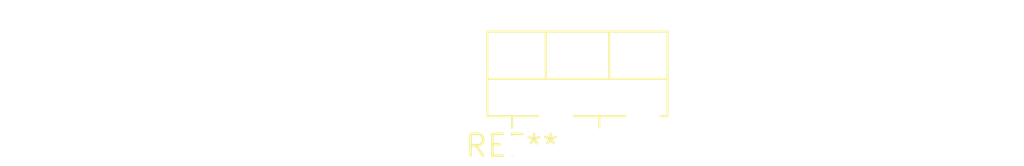
<source format=kicad_pcb>
(kicad_pcb (version 20240108) (generator pcbnew)
  (layers (0 "F.Cu" signal) (31 "B.Cu" signal) (34 "B.Paste" user) (35 "F.Paste" user) (36 "B.SilkS" user "B.Silkscreen") (37 "F.SilkS" user "F.Silkscreen") (38 "B.Mask" user) (39 "F.Mask" user) (44 "Edge.Cuts" user))
  (net 0 "")
  (footprint "TO-220F-4_P5.08x2.05mm_StaggerOdd_Lead1.85mm_Vertical" (layer "F.Cu") (at 0 0)
    (property "Reference" "REF**")
    (property "Value" "TO-220F-4_P5.08x2.05mm_StaggerOdd_Lead1.85mm_Vertical")
    (fp_line (start -1.44 -6.67) (end -1.44 -1.729) (layer "F.SilkS") (stroke (width 0.12)))
    (fp_line (start -1.44 -6.67) (end 9.06 -6.67) (layer "F.SilkS") (stroke (width 0.12)))
    (fp_line (start -1.44 -3.911) (end 9.06 -3.911) (layer "F.SilkS") (stroke (width 0.12)))
    (fp_line (start -1.44 -1.729) (end 1.509 -1.729) (layer "F.SilkS") (stroke (width 0.12)))
    (fp_line (start 0 -1.729) (end 0 -1.05) (layer "F.SilkS") (stroke (width 0.12)))
    (fp_line (start 1.96 -6.67) (end 1.96 -3.911) (layer "F.SilkS") (stroke (width 0.12)))
    (fp_line (start 3.572 -1.729) (end 6.589 -1.729) (layer "F.SilkS") (stroke (width 0.12)))
    (fp_line (start 5.08 -1.729) (end 5.08 -1.065) (layer "F.SilkS") (stroke (width 0.12)))
    (fp_line (start 5.66 -6.67) (end 5.66 -3.911) (layer "F.SilkS") (stroke (width 0.12)))
    (fp_line (start 8.652 -1.729) (end 9.06 -1.729) (layer "F.SilkS") (stroke (width 0.12)))
    (fp_line (start 9.06 -6.67) (end 9.06 -1.729) (layer "F.SilkS") (stroke (width 0.12)))
    (pad "1" thru_hole rect (at 0 0) (size 1.8 1.8) (drill 1.2) (layers *.Cu *.Mask) (remove_unused_layers))
    (pad "2" thru_hole oval (at 2.54 -2.05) (size 1.8 1.8) (drill 1.2) (layers *.Cu *.Mask) (remove_unused_layers))
    (pad "3" thru_hole oval (at 5.08 0) (size 1.8 1.8) (drill 1.2) (layers *.Cu *.Mask) (remove_unused_layers))
    (pad "4" thru_hole oval (at 7.62 -2.05) (size 1.8 1.8) (drill 1.2) (layers *.Cu *.Mask) (remove_unused_layers))
  )
)
</source>
